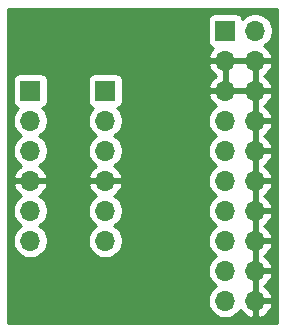
<source format=gbl>
%TF.GenerationSoftware,KiCad,Pcbnew,5.1.10-1.fc32*%
%TF.CreationDate,2021-08-09T17:47:35+02:00*%
%TF.ProjectId,stlink_dongle,73746c69-6e6b-45f6-946f-6e676c652e6b,rev?*%
%TF.SameCoordinates,Original*%
%TF.FileFunction,Copper,L2,Bot*%
%TF.FilePolarity,Positive*%
%FSLAX46Y46*%
G04 Gerber Fmt 4.6, Leading zero omitted, Abs format (unit mm)*
G04 Created by KiCad (PCBNEW 5.1.10-1.fc32) date 2021-08-09 17:47:35*
%MOMM*%
%LPD*%
G01*
G04 APERTURE LIST*
%TA.AperFunction,ComponentPad*%
%ADD10R,1.700000X1.700000*%
%TD*%
%TA.AperFunction,ComponentPad*%
%ADD11O,1.700000X1.700000*%
%TD*%
%TA.AperFunction,Conductor*%
%ADD12C,0.254000*%
%TD*%
%TA.AperFunction,Conductor*%
%ADD13C,0.100000*%
%TD*%
G04 APERTURE END LIST*
D10*
%TO.P,J1,1*%
%TO.N,/target_vdd*%
X190500000Y-81280000D03*
D11*
%TO.P,J1,2*%
%TO.N,/swd_io*%
X190500000Y-83820000D03*
%TO.P,J1,3*%
%TO.N,/swd_clk*%
X190500000Y-86360000D03*
%TO.P,J1,4*%
%TO.N,GND*%
X190500000Y-88900000D03*
%TO.P,J1,5*%
%TO.N,/traceswo*%
X190500000Y-91440000D03*
%TO.P,J1,6*%
%TO.N,/nrst*%
X190500000Y-93980000D03*
%TD*%
D10*
%TO.P,J2,1*%
%TO.N,/target_vdd*%
X196850000Y-81280000D03*
D11*
%TO.P,J2,2*%
%TO.N,/swd_io*%
X196850000Y-83820000D03*
%TO.P,J2,3*%
%TO.N,/swd_clk*%
X196850000Y-86360000D03*
%TO.P,J2,4*%
%TO.N,GND*%
X196850000Y-88900000D03*
%TO.P,J2,5*%
%TO.N,/traceswo*%
X196850000Y-91440000D03*
%TO.P,J2,6*%
%TO.N,/nrst*%
X196850000Y-93980000D03*
%TD*%
D10*
%TO.P,J3,1*%
%TO.N,/target_vdd*%
X207010000Y-76200000D03*
D11*
%TO.P,J3,2*%
X209550000Y-76200000D03*
%TO.P,J3,3*%
%TO.N,GND*%
X207010000Y-78740000D03*
%TO.P,J3,4*%
X209550000Y-78740000D03*
%TO.P,J3,5*%
X207010000Y-81280000D03*
%TO.P,J3,6*%
X209550000Y-81280000D03*
%TO.P,J3,7*%
%TO.N,/swd_io*%
X207010000Y-83820000D03*
%TO.P,J3,8*%
%TO.N,GND*%
X209550000Y-83820000D03*
%TO.P,J3,9*%
%TO.N,/swd_clk*%
X207010000Y-86360000D03*
%TO.P,J3,10*%
%TO.N,GND*%
X209550000Y-86360000D03*
%TO.P,J3,11*%
%TO.N,Net-(J3-Pad11)*%
X207010000Y-88900000D03*
%TO.P,J3,12*%
%TO.N,GND*%
X209550000Y-88900000D03*
%TO.P,J3,13*%
%TO.N,/traceswo*%
X207010000Y-91440000D03*
%TO.P,J3,14*%
%TO.N,GND*%
X209550000Y-91440000D03*
%TO.P,J3,15*%
%TO.N,/nrst*%
X207010000Y-93980000D03*
%TO.P,J3,16*%
%TO.N,GND*%
X209550000Y-93980000D03*
%TO.P,J3,17*%
%TO.N,Net-(J3-Pad17)*%
X207010000Y-96520000D03*
%TO.P,J3,18*%
%TO.N,GND*%
X209550000Y-96520000D03*
%TO.P,J3,19*%
%TO.N,Net-(J3-Pad19)*%
X207010000Y-99060000D03*
%TO.P,J3,20*%
%TO.N,GND*%
X209550000Y-99060000D03*
%TD*%
D12*
%TO.N,GND*%
X211405001Y-100915000D02*
X188645000Y-100915000D01*
X188645000Y-91293740D01*
X189015000Y-91293740D01*
X189015000Y-91586260D01*
X189072068Y-91873158D01*
X189184010Y-92143411D01*
X189346525Y-92386632D01*
X189553368Y-92593475D01*
X189727760Y-92710000D01*
X189553368Y-92826525D01*
X189346525Y-93033368D01*
X189184010Y-93276589D01*
X189072068Y-93546842D01*
X189015000Y-93833740D01*
X189015000Y-94126260D01*
X189072068Y-94413158D01*
X189184010Y-94683411D01*
X189346525Y-94926632D01*
X189553368Y-95133475D01*
X189796589Y-95295990D01*
X190066842Y-95407932D01*
X190353740Y-95465000D01*
X190646260Y-95465000D01*
X190933158Y-95407932D01*
X191203411Y-95295990D01*
X191446632Y-95133475D01*
X191653475Y-94926632D01*
X191815990Y-94683411D01*
X191927932Y-94413158D01*
X191985000Y-94126260D01*
X191985000Y-93833740D01*
X191927932Y-93546842D01*
X191815990Y-93276589D01*
X191653475Y-93033368D01*
X191446632Y-92826525D01*
X191272240Y-92710000D01*
X191446632Y-92593475D01*
X191653475Y-92386632D01*
X191815990Y-92143411D01*
X191927932Y-91873158D01*
X191985000Y-91586260D01*
X191985000Y-91293740D01*
X195365000Y-91293740D01*
X195365000Y-91586260D01*
X195422068Y-91873158D01*
X195534010Y-92143411D01*
X195696525Y-92386632D01*
X195903368Y-92593475D01*
X196077760Y-92710000D01*
X195903368Y-92826525D01*
X195696525Y-93033368D01*
X195534010Y-93276589D01*
X195422068Y-93546842D01*
X195365000Y-93833740D01*
X195365000Y-94126260D01*
X195422068Y-94413158D01*
X195534010Y-94683411D01*
X195696525Y-94926632D01*
X195903368Y-95133475D01*
X196146589Y-95295990D01*
X196416842Y-95407932D01*
X196703740Y-95465000D01*
X196996260Y-95465000D01*
X197283158Y-95407932D01*
X197553411Y-95295990D01*
X197796632Y-95133475D01*
X198003475Y-94926632D01*
X198165990Y-94683411D01*
X198277932Y-94413158D01*
X198335000Y-94126260D01*
X198335000Y-93833740D01*
X198277932Y-93546842D01*
X198165990Y-93276589D01*
X198003475Y-93033368D01*
X197796632Y-92826525D01*
X197622240Y-92710000D01*
X197796632Y-92593475D01*
X198003475Y-92386632D01*
X198165990Y-92143411D01*
X198277932Y-91873158D01*
X198335000Y-91586260D01*
X198335000Y-91293740D01*
X198277932Y-91006842D01*
X198165990Y-90736589D01*
X198003475Y-90493368D01*
X197796632Y-90286525D01*
X197614466Y-90164805D01*
X197731355Y-90095178D01*
X197947588Y-89900269D01*
X198121641Y-89666920D01*
X198246825Y-89404099D01*
X198291476Y-89256890D01*
X198170155Y-89027000D01*
X196977000Y-89027000D01*
X196977000Y-89047000D01*
X196723000Y-89047000D01*
X196723000Y-89027000D01*
X195529845Y-89027000D01*
X195408524Y-89256890D01*
X195453175Y-89404099D01*
X195578359Y-89666920D01*
X195752412Y-89900269D01*
X195968645Y-90095178D01*
X196085534Y-90164805D01*
X195903368Y-90286525D01*
X195696525Y-90493368D01*
X195534010Y-90736589D01*
X195422068Y-91006842D01*
X195365000Y-91293740D01*
X191985000Y-91293740D01*
X191927932Y-91006842D01*
X191815990Y-90736589D01*
X191653475Y-90493368D01*
X191446632Y-90286525D01*
X191264466Y-90164805D01*
X191381355Y-90095178D01*
X191597588Y-89900269D01*
X191771641Y-89666920D01*
X191896825Y-89404099D01*
X191941476Y-89256890D01*
X191820155Y-89027000D01*
X190627000Y-89027000D01*
X190627000Y-89047000D01*
X190373000Y-89047000D01*
X190373000Y-89027000D01*
X189179845Y-89027000D01*
X189058524Y-89256890D01*
X189103175Y-89404099D01*
X189228359Y-89666920D01*
X189402412Y-89900269D01*
X189618645Y-90095178D01*
X189735534Y-90164805D01*
X189553368Y-90286525D01*
X189346525Y-90493368D01*
X189184010Y-90736589D01*
X189072068Y-91006842D01*
X189015000Y-91293740D01*
X188645000Y-91293740D01*
X188645000Y-80430000D01*
X189011928Y-80430000D01*
X189011928Y-82130000D01*
X189024188Y-82254482D01*
X189060498Y-82374180D01*
X189119463Y-82484494D01*
X189198815Y-82581185D01*
X189295506Y-82660537D01*
X189405820Y-82719502D01*
X189478380Y-82741513D01*
X189346525Y-82873368D01*
X189184010Y-83116589D01*
X189072068Y-83386842D01*
X189015000Y-83673740D01*
X189015000Y-83966260D01*
X189072068Y-84253158D01*
X189184010Y-84523411D01*
X189346525Y-84766632D01*
X189553368Y-84973475D01*
X189727760Y-85090000D01*
X189553368Y-85206525D01*
X189346525Y-85413368D01*
X189184010Y-85656589D01*
X189072068Y-85926842D01*
X189015000Y-86213740D01*
X189015000Y-86506260D01*
X189072068Y-86793158D01*
X189184010Y-87063411D01*
X189346525Y-87306632D01*
X189553368Y-87513475D01*
X189735534Y-87635195D01*
X189618645Y-87704822D01*
X189402412Y-87899731D01*
X189228359Y-88133080D01*
X189103175Y-88395901D01*
X189058524Y-88543110D01*
X189179845Y-88773000D01*
X190373000Y-88773000D01*
X190373000Y-88753000D01*
X190627000Y-88753000D01*
X190627000Y-88773000D01*
X191820155Y-88773000D01*
X191941476Y-88543110D01*
X191896825Y-88395901D01*
X191771641Y-88133080D01*
X191597588Y-87899731D01*
X191381355Y-87704822D01*
X191264466Y-87635195D01*
X191446632Y-87513475D01*
X191653475Y-87306632D01*
X191815990Y-87063411D01*
X191927932Y-86793158D01*
X191985000Y-86506260D01*
X191985000Y-86213740D01*
X191927932Y-85926842D01*
X191815990Y-85656589D01*
X191653475Y-85413368D01*
X191446632Y-85206525D01*
X191272240Y-85090000D01*
X191446632Y-84973475D01*
X191653475Y-84766632D01*
X191815990Y-84523411D01*
X191927932Y-84253158D01*
X191985000Y-83966260D01*
X191985000Y-83673740D01*
X191927932Y-83386842D01*
X191815990Y-83116589D01*
X191653475Y-82873368D01*
X191521620Y-82741513D01*
X191594180Y-82719502D01*
X191704494Y-82660537D01*
X191801185Y-82581185D01*
X191880537Y-82484494D01*
X191939502Y-82374180D01*
X191975812Y-82254482D01*
X191988072Y-82130000D01*
X191988072Y-80430000D01*
X195361928Y-80430000D01*
X195361928Y-82130000D01*
X195374188Y-82254482D01*
X195410498Y-82374180D01*
X195469463Y-82484494D01*
X195548815Y-82581185D01*
X195645506Y-82660537D01*
X195755820Y-82719502D01*
X195828380Y-82741513D01*
X195696525Y-82873368D01*
X195534010Y-83116589D01*
X195422068Y-83386842D01*
X195365000Y-83673740D01*
X195365000Y-83966260D01*
X195422068Y-84253158D01*
X195534010Y-84523411D01*
X195696525Y-84766632D01*
X195903368Y-84973475D01*
X196077760Y-85090000D01*
X195903368Y-85206525D01*
X195696525Y-85413368D01*
X195534010Y-85656589D01*
X195422068Y-85926842D01*
X195365000Y-86213740D01*
X195365000Y-86506260D01*
X195422068Y-86793158D01*
X195534010Y-87063411D01*
X195696525Y-87306632D01*
X195903368Y-87513475D01*
X196085534Y-87635195D01*
X195968645Y-87704822D01*
X195752412Y-87899731D01*
X195578359Y-88133080D01*
X195453175Y-88395901D01*
X195408524Y-88543110D01*
X195529845Y-88773000D01*
X196723000Y-88773000D01*
X196723000Y-88753000D01*
X196977000Y-88753000D01*
X196977000Y-88773000D01*
X198170155Y-88773000D01*
X198291476Y-88543110D01*
X198246825Y-88395901D01*
X198121641Y-88133080D01*
X197947588Y-87899731D01*
X197731355Y-87704822D01*
X197614466Y-87635195D01*
X197796632Y-87513475D01*
X198003475Y-87306632D01*
X198165990Y-87063411D01*
X198277932Y-86793158D01*
X198335000Y-86506260D01*
X198335000Y-86213740D01*
X198277932Y-85926842D01*
X198165990Y-85656589D01*
X198003475Y-85413368D01*
X197796632Y-85206525D01*
X197622240Y-85090000D01*
X197796632Y-84973475D01*
X198003475Y-84766632D01*
X198165990Y-84523411D01*
X198277932Y-84253158D01*
X198335000Y-83966260D01*
X198335000Y-83673740D01*
X205525000Y-83673740D01*
X205525000Y-83966260D01*
X205582068Y-84253158D01*
X205694010Y-84523411D01*
X205856525Y-84766632D01*
X206063368Y-84973475D01*
X206237760Y-85090000D01*
X206063368Y-85206525D01*
X205856525Y-85413368D01*
X205694010Y-85656589D01*
X205582068Y-85926842D01*
X205525000Y-86213740D01*
X205525000Y-86506260D01*
X205582068Y-86793158D01*
X205694010Y-87063411D01*
X205856525Y-87306632D01*
X206063368Y-87513475D01*
X206237760Y-87630000D01*
X206063368Y-87746525D01*
X205856525Y-87953368D01*
X205694010Y-88196589D01*
X205582068Y-88466842D01*
X205525000Y-88753740D01*
X205525000Y-89046260D01*
X205582068Y-89333158D01*
X205694010Y-89603411D01*
X205856525Y-89846632D01*
X206063368Y-90053475D01*
X206237760Y-90170000D01*
X206063368Y-90286525D01*
X205856525Y-90493368D01*
X205694010Y-90736589D01*
X205582068Y-91006842D01*
X205525000Y-91293740D01*
X205525000Y-91586260D01*
X205582068Y-91873158D01*
X205694010Y-92143411D01*
X205856525Y-92386632D01*
X206063368Y-92593475D01*
X206237760Y-92710000D01*
X206063368Y-92826525D01*
X205856525Y-93033368D01*
X205694010Y-93276589D01*
X205582068Y-93546842D01*
X205525000Y-93833740D01*
X205525000Y-94126260D01*
X205582068Y-94413158D01*
X205694010Y-94683411D01*
X205856525Y-94926632D01*
X206063368Y-95133475D01*
X206237760Y-95250000D01*
X206063368Y-95366525D01*
X205856525Y-95573368D01*
X205694010Y-95816589D01*
X205582068Y-96086842D01*
X205525000Y-96373740D01*
X205525000Y-96666260D01*
X205582068Y-96953158D01*
X205694010Y-97223411D01*
X205856525Y-97466632D01*
X206063368Y-97673475D01*
X206237760Y-97790000D01*
X206063368Y-97906525D01*
X205856525Y-98113368D01*
X205694010Y-98356589D01*
X205582068Y-98626842D01*
X205525000Y-98913740D01*
X205525000Y-99206260D01*
X205582068Y-99493158D01*
X205694010Y-99763411D01*
X205856525Y-100006632D01*
X206063368Y-100213475D01*
X206306589Y-100375990D01*
X206576842Y-100487932D01*
X206863740Y-100545000D01*
X207156260Y-100545000D01*
X207443158Y-100487932D01*
X207713411Y-100375990D01*
X207956632Y-100213475D01*
X208163475Y-100006632D01*
X208281100Y-99830594D01*
X208452412Y-100060269D01*
X208668645Y-100255178D01*
X208918748Y-100404157D01*
X209193109Y-100501481D01*
X209423000Y-100380814D01*
X209423000Y-99187000D01*
X209677000Y-99187000D01*
X209677000Y-100380814D01*
X209906891Y-100501481D01*
X210181252Y-100404157D01*
X210431355Y-100255178D01*
X210647588Y-100060269D01*
X210821641Y-99826920D01*
X210946825Y-99564099D01*
X210991476Y-99416890D01*
X210870155Y-99187000D01*
X209677000Y-99187000D01*
X209423000Y-99187000D01*
X209403000Y-99187000D01*
X209403000Y-98933000D01*
X209423000Y-98933000D01*
X209423000Y-96647000D01*
X209677000Y-96647000D01*
X209677000Y-98933000D01*
X210870155Y-98933000D01*
X210991476Y-98703110D01*
X210946825Y-98555901D01*
X210821641Y-98293080D01*
X210647588Y-98059731D01*
X210431355Y-97864822D01*
X210305745Y-97790000D01*
X210431355Y-97715178D01*
X210647588Y-97520269D01*
X210821641Y-97286920D01*
X210946825Y-97024099D01*
X210991476Y-96876890D01*
X210870155Y-96647000D01*
X209677000Y-96647000D01*
X209423000Y-96647000D01*
X209403000Y-96647000D01*
X209403000Y-96393000D01*
X209423000Y-96393000D01*
X209423000Y-94107000D01*
X209677000Y-94107000D01*
X209677000Y-96393000D01*
X210870155Y-96393000D01*
X210991476Y-96163110D01*
X210946825Y-96015901D01*
X210821641Y-95753080D01*
X210647588Y-95519731D01*
X210431355Y-95324822D01*
X210305745Y-95250000D01*
X210431355Y-95175178D01*
X210647588Y-94980269D01*
X210821641Y-94746920D01*
X210946825Y-94484099D01*
X210991476Y-94336890D01*
X210870155Y-94107000D01*
X209677000Y-94107000D01*
X209423000Y-94107000D01*
X209403000Y-94107000D01*
X209403000Y-93853000D01*
X209423000Y-93853000D01*
X209423000Y-91567000D01*
X209677000Y-91567000D01*
X209677000Y-93853000D01*
X210870155Y-93853000D01*
X210991476Y-93623110D01*
X210946825Y-93475901D01*
X210821641Y-93213080D01*
X210647588Y-92979731D01*
X210431355Y-92784822D01*
X210305745Y-92710000D01*
X210431355Y-92635178D01*
X210647588Y-92440269D01*
X210821641Y-92206920D01*
X210946825Y-91944099D01*
X210991476Y-91796890D01*
X210870155Y-91567000D01*
X209677000Y-91567000D01*
X209423000Y-91567000D01*
X209403000Y-91567000D01*
X209403000Y-91313000D01*
X209423000Y-91313000D01*
X209423000Y-89027000D01*
X209677000Y-89027000D01*
X209677000Y-91313000D01*
X210870155Y-91313000D01*
X210991476Y-91083110D01*
X210946825Y-90935901D01*
X210821641Y-90673080D01*
X210647588Y-90439731D01*
X210431355Y-90244822D01*
X210305745Y-90170000D01*
X210431355Y-90095178D01*
X210647588Y-89900269D01*
X210821641Y-89666920D01*
X210946825Y-89404099D01*
X210991476Y-89256890D01*
X210870155Y-89027000D01*
X209677000Y-89027000D01*
X209423000Y-89027000D01*
X209403000Y-89027000D01*
X209403000Y-88773000D01*
X209423000Y-88773000D01*
X209423000Y-86487000D01*
X209677000Y-86487000D01*
X209677000Y-88773000D01*
X210870155Y-88773000D01*
X210991476Y-88543110D01*
X210946825Y-88395901D01*
X210821641Y-88133080D01*
X210647588Y-87899731D01*
X210431355Y-87704822D01*
X210305745Y-87630000D01*
X210431355Y-87555178D01*
X210647588Y-87360269D01*
X210821641Y-87126920D01*
X210946825Y-86864099D01*
X210991476Y-86716890D01*
X210870155Y-86487000D01*
X209677000Y-86487000D01*
X209423000Y-86487000D01*
X209403000Y-86487000D01*
X209403000Y-86233000D01*
X209423000Y-86233000D01*
X209423000Y-83947000D01*
X209677000Y-83947000D01*
X209677000Y-86233000D01*
X210870155Y-86233000D01*
X210991476Y-86003110D01*
X210946825Y-85855901D01*
X210821641Y-85593080D01*
X210647588Y-85359731D01*
X210431355Y-85164822D01*
X210305745Y-85090000D01*
X210431355Y-85015178D01*
X210647588Y-84820269D01*
X210821641Y-84586920D01*
X210946825Y-84324099D01*
X210991476Y-84176890D01*
X210870155Y-83947000D01*
X209677000Y-83947000D01*
X209423000Y-83947000D01*
X209403000Y-83947000D01*
X209403000Y-83693000D01*
X209423000Y-83693000D01*
X209423000Y-81407000D01*
X209677000Y-81407000D01*
X209677000Y-83693000D01*
X210870155Y-83693000D01*
X210991476Y-83463110D01*
X210946825Y-83315901D01*
X210821641Y-83053080D01*
X210647588Y-82819731D01*
X210431355Y-82624822D01*
X210305745Y-82550000D01*
X210431355Y-82475178D01*
X210647588Y-82280269D01*
X210821641Y-82046920D01*
X210946825Y-81784099D01*
X210991476Y-81636890D01*
X210870155Y-81407000D01*
X209677000Y-81407000D01*
X209423000Y-81407000D01*
X207137000Y-81407000D01*
X207137000Y-81427000D01*
X206883000Y-81427000D01*
X206883000Y-81407000D01*
X205689845Y-81407000D01*
X205568524Y-81636890D01*
X205613175Y-81784099D01*
X205738359Y-82046920D01*
X205912412Y-82280269D01*
X206128645Y-82475178D01*
X206245534Y-82544805D01*
X206063368Y-82666525D01*
X205856525Y-82873368D01*
X205694010Y-83116589D01*
X205582068Y-83386842D01*
X205525000Y-83673740D01*
X198335000Y-83673740D01*
X198277932Y-83386842D01*
X198165990Y-83116589D01*
X198003475Y-82873368D01*
X197871620Y-82741513D01*
X197944180Y-82719502D01*
X198054494Y-82660537D01*
X198151185Y-82581185D01*
X198230537Y-82484494D01*
X198289502Y-82374180D01*
X198325812Y-82254482D01*
X198338072Y-82130000D01*
X198338072Y-80430000D01*
X198325812Y-80305518D01*
X198289502Y-80185820D01*
X198230537Y-80075506D01*
X198151185Y-79978815D01*
X198054494Y-79899463D01*
X197944180Y-79840498D01*
X197824482Y-79804188D01*
X197700000Y-79791928D01*
X196000000Y-79791928D01*
X195875518Y-79804188D01*
X195755820Y-79840498D01*
X195645506Y-79899463D01*
X195548815Y-79978815D01*
X195469463Y-80075506D01*
X195410498Y-80185820D01*
X195374188Y-80305518D01*
X195361928Y-80430000D01*
X191988072Y-80430000D01*
X191975812Y-80305518D01*
X191939502Y-80185820D01*
X191880537Y-80075506D01*
X191801185Y-79978815D01*
X191704494Y-79899463D01*
X191594180Y-79840498D01*
X191474482Y-79804188D01*
X191350000Y-79791928D01*
X189650000Y-79791928D01*
X189525518Y-79804188D01*
X189405820Y-79840498D01*
X189295506Y-79899463D01*
X189198815Y-79978815D01*
X189119463Y-80075506D01*
X189060498Y-80185820D01*
X189024188Y-80305518D01*
X189011928Y-80430000D01*
X188645000Y-80430000D01*
X188645000Y-79096890D01*
X205568524Y-79096890D01*
X205613175Y-79244099D01*
X205738359Y-79506920D01*
X205912412Y-79740269D01*
X206128645Y-79935178D01*
X206254255Y-80010000D01*
X206128645Y-80084822D01*
X205912412Y-80279731D01*
X205738359Y-80513080D01*
X205613175Y-80775901D01*
X205568524Y-80923110D01*
X205689845Y-81153000D01*
X206883000Y-81153000D01*
X206883000Y-78867000D01*
X207137000Y-78867000D01*
X207137000Y-81153000D01*
X209423000Y-81153000D01*
X209423000Y-78867000D01*
X209677000Y-78867000D01*
X209677000Y-81153000D01*
X210870155Y-81153000D01*
X210991476Y-80923110D01*
X210946825Y-80775901D01*
X210821641Y-80513080D01*
X210647588Y-80279731D01*
X210431355Y-80084822D01*
X210305745Y-80010000D01*
X210431355Y-79935178D01*
X210647588Y-79740269D01*
X210821641Y-79506920D01*
X210946825Y-79244099D01*
X210991476Y-79096890D01*
X210870155Y-78867000D01*
X209677000Y-78867000D01*
X209423000Y-78867000D01*
X207137000Y-78867000D01*
X206883000Y-78867000D01*
X205689845Y-78867000D01*
X205568524Y-79096890D01*
X188645000Y-79096890D01*
X188645000Y-75350000D01*
X205521928Y-75350000D01*
X205521928Y-77050000D01*
X205534188Y-77174482D01*
X205570498Y-77294180D01*
X205629463Y-77404494D01*
X205708815Y-77501185D01*
X205805506Y-77580537D01*
X205915820Y-77639502D01*
X205996466Y-77663966D01*
X205912412Y-77739731D01*
X205738359Y-77973080D01*
X205613175Y-78235901D01*
X205568524Y-78383110D01*
X205689845Y-78613000D01*
X206883000Y-78613000D01*
X206883000Y-78593000D01*
X207137000Y-78593000D01*
X207137000Y-78613000D01*
X209423000Y-78613000D01*
X209423000Y-78593000D01*
X209677000Y-78593000D01*
X209677000Y-78613000D01*
X210870155Y-78613000D01*
X210991476Y-78383110D01*
X210946825Y-78235901D01*
X210821641Y-77973080D01*
X210647588Y-77739731D01*
X210431355Y-77544822D01*
X210314466Y-77475195D01*
X210496632Y-77353475D01*
X210703475Y-77146632D01*
X210865990Y-76903411D01*
X210977932Y-76633158D01*
X211035000Y-76346260D01*
X211035000Y-76053740D01*
X210977932Y-75766842D01*
X210865990Y-75496589D01*
X210703475Y-75253368D01*
X210496632Y-75046525D01*
X210253411Y-74884010D01*
X209983158Y-74772068D01*
X209696260Y-74715000D01*
X209403740Y-74715000D01*
X209116842Y-74772068D01*
X208846589Y-74884010D01*
X208603368Y-75046525D01*
X208471513Y-75178380D01*
X208449502Y-75105820D01*
X208390537Y-74995506D01*
X208311185Y-74898815D01*
X208214494Y-74819463D01*
X208104180Y-74760498D01*
X207984482Y-74724188D01*
X207860000Y-74711928D01*
X206160000Y-74711928D01*
X206035518Y-74724188D01*
X205915820Y-74760498D01*
X205805506Y-74819463D01*
X205708815Y-74898815D01*
X205629463Y-74995506D01*
X205570498Y-75105820D01*
X205534188Y-75225518D01*
X205521928Y-75350000D01*
X188645000Y-75350000D01*
X188645000Y-74345000D01*
X211405000Y-74345000D01*
X211405001Y-100915000D01*
%TA.AperFunction,Conductor*%
D13*
G36*
X211405001Y-100915000D02*
G01*
X188645000Y-100915000D01*
X188645000Y-91293740D01*
X189015000Y-91293740D01*
X189015000Y-91586260D01*
X189072068Y-91873158D01*
X189184010Y-92143411D01*
X189346525Y-92386632D01*
X189553368Y-92593475D01*
X189727760Y-92710000D01*
X189553368Y-92826525D01*
X189346525Y-93033368D01*
X189184010Y-93276589D01*
X189072068Y-93546842D01*
X189015000Y-93833740D01*
X189015000Y-94126260D01*
X189072068Y-94413158D01*
X189184010Y-94683411D01*
X189346525Y-94926632D01*
X189553368Y-95133475D01*
X189796589Y-95295990D01*
X190066842Y-95407932D01*
X190353740Y-95465000D01*
X190646260Y-95465000D01*
X190933158Y-95407932D01*
X191203411Y-95295990D01*
X191446632Y-95133475D01*
X191653475Y-94926632D01*
X191815990Y-94683411D01*
X191927932Y-94413158D01*
X191985000Y-94126260D01*
X191985000Y-93833740D01*
X191927932Y-93546842D01*
X191815990Y-93276589D01*
X191653475Y-93033368D01*
X191446632Y-92826525D01*
X191272240Y-92710000D01*
X191446632Y-92593475D01*
X191653475Y-92386632D01*
X191815990Y-92143411D01*
X191927932Y-91873158D01*
X191985000Y-91586260D01*
X191985000Y-91293740D01*
X195365000Y-91293740D01*
X195365000Y-91586260D01*
X195422068Y-91873158D01*
X195534010Y-92143411D01*
X195696525Y-92386632D01*
X195903368Y-92593475D01*
X196077760Y-92710000D01*
X195903368Y-92826525D01*
X195696525Y-93033368D01*
X195534010Y-93276589D01*
X195422068Y-93546842D01*
X195365000Y-93833740D01*
X195365000Y-94126260D01*
X195422068Y-94413158D01*
X195534010Y-94683411D01*
X195696525Y-94926632D01*
X195903368Y-95133475D01*
X196146589Y-95295990D01*
X196416842Y-95407932D01*
X196703740Y-95465000D01*
X196996260Y-95465000D01*
X197283158Y-95407932D01*
X197553411Y-95295990D01*
X197796632Y-95133475D01*
X198003475Y-94926632D01*
X198165990Y-94683411D01*
X198277932Y-94413158D01*
X198335000Y-94126260D01*
X198335000Y-93833740D01*
X198277932Y-93546842D01*
X198165990Y-93276589D01*
X198003475Y-93033368D01*
X197796632Y-92826525D01*
X197622240Y-92710000D01*
X197796632Y-92593475D01*
X198003475Y-92386632D01*
X198165990Y-92143411D01*
X198277932Y-91873158D01*
X198335000Y-91586260D01*
X198335000Y-91293740D01*
X198277932Y-91006842D01*
X198165990Y-90736589D01*
X198003475Y-90493368D01*
X197796632Y-90286525D01*
X197614466Y-90164805D01*
X197731355Y-90095178D01*
X197947588Y-89900269D01*
X198121641Y-89666920D01*
X198246825Y-89404099D01*
X198291476Y-89256890D01*
X198170155Y-89027000D01*
X196977000Y-89027000D01*
X196977000Y-89047000D01*
X196723000Y-89047000D01*
X196723000Y-89027000D01*
X195529845Y-89027000D01*
X195408524Y-89256890D01*
X195453175Y-89404099D01*
X195578359Y-89666920D01*
X195752412Y-89900269D01*
X195968645Y-90095178D01*
X196085534Y-90164805D01*
X195903368Y-90286525D01*
X195696525Y-90493368D01*
X195534010Y-90736589D01*
X195422068Y-91006842D01*
X195365000Y-91293740D01*
X191985000Y-91293740D01*
X191927932Y-91006842D01*
X191815990Y-90736589D01*
X191653475Y-90493368D01*
X191446632Y-90286525D01*
X191264466Y-90164805D01*
X191381355Y-90095178D01*
X191597588Y-89900269D01*
X191771641Y-89666920D01*
X191896825Y-89404099D01*
X191941476Y-89256890D01*
X191820155Y-89027000D01*
X190627000Y-89027000D01*
X190627000Y-89047000D01*
X190373000Y-89047000D01*
X190373000Y-89027000D01*
X189179845Y-89027000D01*
X189058524Y-89256890D01*
X189103175Y-89404099D01*
X189228359Y-89666920D01*
X189402412Y-89900269D01*
X189618645Y-90095178D01*
X189735534Y-90164805D01*
X189553368Y-90286525D01*
X189346525Y-90493368D01*
X189184010Y-90736589D01*
X189072068Y-91006842D01*
X189015000Y-91293740D01*
X188645000Y-91293740D01*
X188645000Y-80430000D01*
X189011928Y-80430000D01*
X189011928Y-82130000D01*
X189024188Y-82254482D01*
X189060498Y-82374180D01*
X189119463Y-82484494D01*
X189198815Y-82581185D01*
X189295506Y-82660537D01*
X189405820Y-82719502D01*
X189478380Y-82741513D01*
X189346525Y-82873368D01*
X189184010Y-83116589D01*
X189072068Y-83386842D01*
X189015000Y-83673740D01*
X189015000Y-83966260D01*
X189072068Y-84253158D01*
X189184010Y-84523411D01*
X189346525Y-84766632D01*
X189553368Y-84973475D01*
X189727760Y-85090000D01*
X189553368Y-85206525D01*
X189346525Y-85413368D01*
X189184010Y-85656589D01*
X189072068Y-85926842D01*
X189015000Y-86213740D01*
X189015000Y-86506260D01*
X189072068Y-86793158D01*
X189184010Y-87063411D01*
X189346525Y-87306632D01*
X189553368Y-87513475D01*
X189735534Y-87635195D01*
X189618645Y-87704822D01*
X189402412Y-87899731D01*
X189228359Y-88133080D01*
X189103175Y-88395901D01*
X189058524Y-88543110D01*
X189179845Y-88773000D01*
X190373000Y-88773000D01*
X190373000Y-88753000D01*
X190627000Y-88753000D01*
X190627000Y-88773000D01*
X191820155Y-88773000D01*
X191941476Y-88543110D01*
X191896825Y-88395901D01*
X191771641Y-88133080D01*
X191597588Y-87899731D01*
X191381355Y-87704822D01*
X191264466Y-87635195D01*
X191446632Y-87513475D01*
X191653475Y-87306632D01*
X191815990Y-87063411D01*
X191927932Y-86793158D01*
X191985000Y-86506260D01*
X191985000Y-86213740D01*
X191927932Y-85926842D01*
X191815990Y-85656589D01*
X191653475Y-85413368D01*
X191446632Y-85206525D01*
X191272240Y-85090000D01*
X191446632Y-84973475D01*
X191653475Y-84766632D01*
X191815990Y-84523411D01*
X191927932Y-84253158D01*
X191985000Y-83966260D01*
X191985000Y-83673740D01*
X191927932Y-83386842D01*
X191815990Y-83116589D01*
X191653475Y-82873368D01*
X191521620Y-82741513D01*
X191594180Y-82719502D01*
X191704494Y-82660537D01*
X191801185Y-82581185D01*
X191880537Y-82484494D01*
X191939502Y-82374180D01*
X191975812Y-82254482D01*
X191988072Y-82130000D01*
X191988072Y-80430000D01*
X195361928Y-80430000D01*
X195361928Y-82130000D01*
X195374188Y-82254482D01*
X195410498Y-82374180D01*
X195469463Y-82484494D01*
X195548815Y-82581185D01*
X195645506Y-82660537D01*
X195755820Y-82719502D01*
X195828380Y-82741513D01*
X195696525Y-82873368D01*
X195534010Y-83116589D01*
X195422068Y-83386842D01*
X195365000Y-83673740D01*
X195365000Y-83966260D01*
X195422068Y-84253158D01*
X195534010Y-84523411D01*
X195696525Y-84766632D01*
X195903368Y-84973475D01*
X196077760Y-85090000D01*
X195903368Y-85206525D01*
X195696525Y-85413368D01*
X195534010Y-85656589D01*
X195422068Y-85926842D01*
X195365000Y-86213740D01*
X195365000Y-86506260D01*
X195422068Y-86793158D01*
X195534010Y-87063411D01*
X195696525Y-87306632D01*
X195903368Y-87513475D01*
X196085534Y-87635195D01*
X195968645Y-87704822D01*
X195752412Y-87899731D01*
X195578359Y-88133080D01*
X195453175Y-88395901D01*
X195408524Y-88543110D01*
X195529845Y-88773000D01*
X196723000Y-88773000D01*
X196723000Y-88753000D01*
X196977000Y-88753000D01*
X196977000Y-88773000D01*
X198170155Y-88773000D01*
X198291476Y-88543110D01*
X198246825Y-88395901D01*
X198121641Y-88133080D01*
X197947588Y-87899731D01*
X197731355Y-87704822D01*
X197614466Y-87635195D01*
X197796632Y-87513475D01*
X198003475Y-87306632D01*
X198165990Y-87063411D01*
X198277932Y-86793158D01*
X198335000Y-86506260D01*
X198335000Y-86213740D01*
X198277932Y-85926842D01*
X198165990Y-85656589D01*
X198003475Y-85413368D01*
X197796632Y-85206525D01*
X197622240Y-85090000D01*
X197796632Y-84973475D01*
X198003475Y-84766632D01*
X198165990Y-84523411D01*
X198277932Y-84253158D01*
X198335000Y-83966260D01*
X198335000Y-83673740D01*
X205525000Y-83673740D01*
X205525000Y-83966260D01*
X205582068Y-84253158D01*
X205694010Y-84523411D01*
X205856525Y-84766632D01*
X206063368Y-84973475D01*
X206237760Y-85090000D01*
X206063368Y-85206525D01*
X205856525Y-85413368D01*
X205694010Y-85656589D01*
X205582068Y-85926842D01*
X205525000Y-86213740D01*
X205525000Y-86506260D01*
X205582068Y-86793158D01*
X205694010Y-87063411D01*
X205856525Y-87306632D01*
X206063368Y-87513475D01*
X206237760Y-87630000D01*
X206063368Y-87746525D01*
X205856525Y-87953368D01*
X205694010Y-88196589D01*
X205582068Y-88466842D01*
X205525000Y-88753740D01*
X205525000Y-89046260D01*
X205582068Y-89333158D01*
X205694010Y-89603411D01*
X205856525Y-89846632D01*
X206063368Y-90053475D01*
X206237760Y-90170000D01*
X206063368Y-90286525D01*
X205856525Y-90493368D01*
X205694010Y-90736589D01*
X205582068Y-91006842D01*
X205525000Y-91293740D01*
X205525000Y-91586260D01*
X205582068Y-91873158D01*
X205694010Y-92143411D01*
X205856525Y-92386632D01*
X206063368Y-92593475D01*
X206237760Y-92710000D01*
X206063368Y-92826525D01*
X205856525Y-93033368D01*
X205694010Y-93276589D01*
X205582068Y-93546842D01*
X205525000Y-93833740D01*
X205525000Y-94126260D01*
X205582068Y-94413158D01*
X205694010Y-94683411D01*
X205856525Y-94926632D01*
X206063368Y-95133475D01*
X206237760Y-95250000D01*
X206063368Y-95366525D01*
X205856525Y-95573368D01*
X205694010Y-95816589D01*
X205582068Y-96086842D01*
X205525000Y-96373740D01*
X205525000Y-96666260D01*
X205582068Y-96953158D01*
X205694010Y-97223411D01*
X205856525Y-97466632D01*
X206063368Y-97673475D01*
X206237760Y-97790000D01*
X206063368Y-97906525D01*
X205856525Y-98113368D01*
X205694010Y-98356589D01*
X205582068Y-98626842D01*
X205525000Y-98913740D01*
X205525000Y-99206260D01*
X205582068Y-99493158D01*
X205694010Y-99763411D01*
X205856525Y-100006632D01*
X206063368Y-100213475D01*
X206306589Y-100375990D01*
X206576842Y-100487932D01*
X206863740Y-100545000D01*
X207156260Y-100545000D01*
X207443158Y-100487932D01*
X207713411Y-100375990D01*
X207956632Y-100213475D01*
X208163475Y-100006632D01*
X208281100Y-99830594D01*
X208452412Y-100060269D01*
X208668645Y-100255178D01*
X208918748Y-100404157D01*
X209193109Y-100501481D01*
X209423000Y-100380814D01*
X209423000Y-99187000D01*
X209677000Y-99187000D01*
X209677000Y-100380814D01*
X209906891Y-100501481D01*
X210181252Y-100404157D01*
X210431355Y-100255178D01*
X210647588Y-100060269D01*
X210821641Y-99826920D01*
X210946825Y-99564099D01*
X210991476Y-99416890D01*
X210870155Y-99187000D01*
X209677000Y-99187000D01*
X209423000Y-99187000D01*
X209403000Y-99187000D01*
X209403000Y-98933000D01*
X209423000Y-98933000D01*
X209423000Y-96647000D01*
X209677000Y-96647000D01*
X209677000Y-98933000D01*
X210870155Y-98933000D01*
X210991476Y-98703110D01*
X210946825Y-98555901D01*
X210821641Y-98293080D01*
X210647588Y-98059731D01*
X210431355Y-97864822D01*
X210305745Y-97790000D01*
X210431355Y-97715178D01*
X210647588Y-97520269D01*
X210821641Y-97286920D01*
X210946825Y-97024099D01*
X210991476Y-96876890D01*
X210870155Y-96647000D01*
X209677000Y-96647000D01*
X209423000Y-96647000D01*
X209403000Y-96647000D01*
X209403000Y-96393000D01*
X209423000Y-96393000D01*
X209423000Y-94107000D01*
X209677000Y-94107000D01*
X209677000Y-96393000D01*
X210870155Y-96393000D01*
X210991476Y-96163110D01*
X210946825Y-96015901D01*
X210821641Y-95753080D01*
X210647588Y-95519731D01*
X210431355Y-95324822D01*
X210305745Y-95250000D01*
X210431355Y-95175178D01*
X210647588Y-94980269D01*
X210821641Y-94746920D01*
X210946825Y-94484099D01*
X210991476Y-94336890D01*
X210870155Y-94107000D01*
X209677000Y-94107000D01*
X209423000Y-94107000D01*
X209403000Y-94107000D01*
X209403000Y-93853000D01*
X209423000Y-93853000D01*
X209423000Y-91567000D01*
X209677000Y-91567000D01*
X209677000Y-93853000D01*
X210870155Y-93853000D01*
X210991476Y-93623110D01*
X210946825Y-93475901D01*
X210821641Y-93213080D01*
X210647588Y-92979731D01*
X210431355Y-92784822D01*
X210305745Y-92710000D01*
X210431355Y-92635178D01*
X210647588Y-92440269D01*
X210821641Y-92206920D01*
X210946825Y-91944099D01*
X210991476Y-91796890D01*
X210870155Y-91567000D01*
X209677000Y-91567000D01*
X209423000Y-91567000D01*
X209403000Y-91567000D01*
X209403000Y-91313000D01*
X209423000Y-91313000D01*
X209423000Y-89027000D01*
X209677000Y-89027000D01*
X209677000Y-91313000D01*
X210870155Y-91313000D01*
X210991476Y-91083110D01*
X210946825Y-90935901D01*
X210821641Y-90673080D01*
X210647588Y-90439731D01*
X210431355Y-90244822D01*
X210305745Y-90170000D01*
X210431355Y-90095178D01*
X210647588Y-89900269D01*
X210821641Y-89666920D01*
X210946825Y-89404099D01*
X210991476Y-89256890D01*
X210870155Y-89027000D01*
X209677000Y-89027000D01*
X209423000Y-89027000D01*
X209403000Y-89027000D01*
X209403000Y-88773000D01*
X209423000Y-88773000D01*
X209423000Y-86487000D01*
X209677000Y-86487000D01*
X209677000Y-88773000D01*
X210870155Y-88773000D01*
X210991476Y-88543110D01*
X210946825Y-88395901D01*
X210821641Y-88133080D01*
X210647588Y-87899731D01*
X210431355Y-87704822D01*
X210305745Y-87630000D01*
X210431355Y-87555178D01*
X210647588Y-87360269D01*
X210821641Y-87126920D01*
X210946825Y-86864099D01*
X210991476Y-86716890D01*
X210870155Y-86487000D01*
X209677000Y-86487000D01*
X209423000Y-86487000D01*
X209403000Y-86487000D01*
X209403000Y-86233000D01*
X209423000Y-86233000D01*
X209423000Y-83947000D01*
X209677000Y-83947000D01*
X209677000Y-86233000D01*
X210870155Y-86233000D01*
X210991476Y-86003110D01*
X210946825Y-85855901D01*
X210821641Y-85593080D01*
X210647588Y-85359731D01*
X210431355Y-85164822D01*
X210305745Y-85090000D01*
X210431355Y-85015178D01*
X210647588Y-84820269D01*
X210821641Y-84586920D01*
X210946825Y-84324099D01*
X210991476Y-84176890D01*
X210870155Y-83947000D01*
X209677000Y-83947000D01*
X209423000Y-83947000D01*
X209403000Y-83947000D01*
X209403000Y-83693000D01*
X209423000Y-83693000D01*
X209423000Y-81407000D01*
X209677000Y-81407000D01*
X209677000Y-83693000D01*
X210870155Y-83693000D01*
X210991476Y-83463110D01*
X210946825Y-83315901D01*
X210821641Y-83053080D01*
X210647588Y-82819731D01*
X210431355Y-82624822D01*
X210305745Y-82550000D01*
X210431355Y-82475178D01*
X210647588Y-82280269D01*
X210821641Y-82046920D01*
X210946825Y-81784099D01*
X210991476Y-81636890D01*
X210870155Y-81407000D01*
X209677000Y-81407000D01*
X209423000Y-81407000D01*
X207137000Y-81407000D01*
X207137000Y-81427000D01*
X206883000Y-81427000D01*
X206883000Y-81407000D01*
X205689845Y-81407000D01*
X205568524Y-81636890D01*
X205613175Y-81784099D01*
X205738359Y-82046920D01*
X205912412Y-82280269D01*
X206128645Y-82475178D01*
X206245534Y-82544805D01*
X206063368Y-82666525D01*
X205856525Y-82873368D01*
X205694010Y-83116589D01*
X205582068Y-83386842D01*
X205525000Y-83673740D01*
X198335000Y-83673740D01*
X198277932Y-83386842D01*
X198165990Y-83116589D01*
X198003475Y-82873368D01*
X197871620Y-82741513D01*
X197944180Y-82719502D01*
X198054494Y-82660537D01*
X198151185Y-82581185D01*
X198230537Y-82484494D01*
X198289502Y-82374180D01*
X198325812Y-82254482D01*
X198338072Y-82130000D01*
X198338072Y-80430000D01*
X198325812Y-80305518D01*
X198289502Y-80185820D01*
X198230537Y-80075506D01*
X198151185Y-79978815D01*
X198054494Y-79899463D01*
X197944180Y-79840498D01*
X197824482Y-79804188D01*
X197700000Y-79791928D01*
X196000000Y-79791928D01*
X195875518Y-79804188D01*
X195755820Y-79840498D01*
X195645506Y-79899463D01*
X195548815Y-79978815D01*
X195469463Y-80075506D01*
X195410498Y-80185820D01*
X195374188Y-80305518D01*
X195361928Y-80430000D01*
X191988072Y-80430000D01*
X191975812Y-80305518D01*
X191939502Y-80185820D01*
X191880537Y-80075506D01*
X191801185Y-79978815D01*
X191704494Y-79899463D01*
X191594180Y-79840498D01*
X191474482Y-79804188D01*
X191350000Y-79791928D01*
X189650000Y-79791928D01*
X189525518Y-79804188D01*
X189405820Y-79840498D01*
X189295506Y-79899463D01*
X189198815Y-79978815D01*
X189119463Y-80075506D01*
X189060498Y-80185820D01*
X189024188Y-80305518D01*
X189011928Y-80430000D01*
X188645000Y-80430000D01*
X188645000Y-79096890D01*
X205568524Y-79096890D01*
X205613175Y-79244099D01*
X205738359Y-79506920D01*
X205912412Y-79740269D01*
X206128645Y-79935178D01*
X206254255Y-80010000D01*
X206128645Y-80084822D01*
X205912412Y-80279731D01*
X205738359Y-80513080D01*
X205613175Y-80775901D01*
X205568524Y-80923110D01*
X205689845Y-81153000D01*
X206883000Y-81153000D01*
X206883000Y-78867000D01*
X207137000Y-78867000D01*
X207137000Y-81153000D01*
X209423000Y-81153000D01*
X209423000Y-78867000D01*
X209677000Y-78867000D01*
X209677000Y-81153000D01*
X210870155Y-81153000D01*
X210991476Y-80923110D01*
X210946825Y-80775901D01*
X210821641Y-80513080D01*
X210647588Y-80279731D01*
X210431355Y-80084822D01*
X210305745Y-80010000D01*
X210431355Y-79935178D01*
X210647588Y-79740269D01*
X210821641Y-79506920D01*
X210946825Y-79244099D01*
X210991476Y-79096890D01*
X210870155Y-78867000D01*
X209677000Y-78867000D01*
X209423000Y-78867000D01*
X207137000Y-78867000D01*
X206883000Y-78867000D01*
X205689845Y-78867000D01*
X205568524Y-79096890D01*
X188645000Y-79096890D01*
X188645000Y-75350000D01*
X205521928Y-75350000D01*
X205521928Y-77050000D01*
X205534188Y-77174482D01*
X205570498Y-77294180D01*
X205629463Y-77404494D01*
X205708815Y-77501185D01*
X205805506Y-77580537D01*
X205915820Y-77639502D01*
X205996466Y-77663966D01*
X205912412Y-77739731D01*
X205738359Y-77973080D01*
X205613175Y-78235901D01*
X205568524Y-78383110D01*
X205689845Y-78613000D01*
X206883000Y-78613000D01*
X206883000Y-78593000D01*
X207137000Y-78593000D01*
X207137000Y-78613000D01*
X209423000Y-78613000D01*
X209423000Y-78593000D01*
X209677000Y-78593000D01*
X209677000Y-78613000D01*
X210870155Y-78613000D01*
X210991476Y-78383110D01*
X210946825Y-78235901D01*
X210821641Y-77973080D01*
X210647588Y-77739731D01*
X210431355Y-77544822D01*
X210314466Y-77475195D01*
X210496632Y-77353475D01*
X210703475Y-77146632D01*
X210865990Y-76903411D01*
X210977932Y-76633158D01*
X211035000Y-76346260D01*
X211035000Y-76053740D01*
X210977932Y-75766842D01*
X210865990Y-75496589D01*
X210703475Y-75253368D01*
X210496632Y-75046525D01*
X210253411Y-74884010D01*
X209983158Y-74772068D01*
X209696260Y-74715000D01*
X209403740Y-74715000D01*
X209116842Y-74772068D01*
X208846589Y-74884010D01*
X208603368Y-75046525D01*
X208471513Y-75178380D01*
X208449502Y-75105820D01*
X208390537Y-74995506D01*
X208311185Y-74898815D01*
X208214494Y-74819463D01*
X208104180Y-74760498D01*
X207984482Y-74724188D01*
X207860000Y-74711928D01*
X206160000Y-74711928D01*
X206035518Y-74724188D01*
X205915820Y-74760498D01*
X205805506Y-74819463D01*
X205708815Y-74898815D01*
X205629463Y-74995506D01*
X205570498Y-75105820D01*
X205534188Y-75225518D01*
X205521928Y-75350000D01*
X188645000Y-75350000D01*
X188645000Y-74345000D01*
X211405000Y-74345000D01*
X211405001Y-100915000D01*
G37*
%TD.AperFunction*%
%TD*%
M02*

</source>
